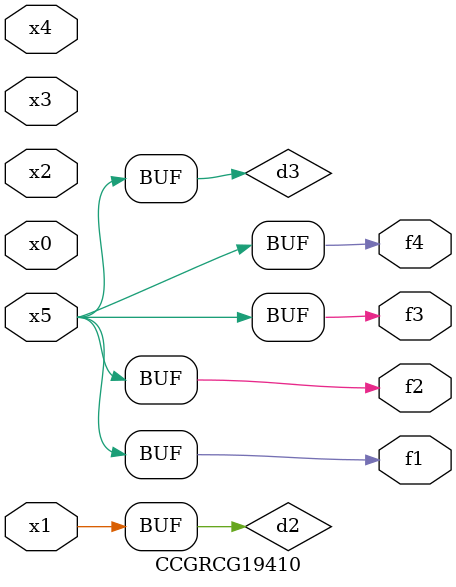
<source format=v>
module CCGRCG19410(
	input x0, x1, x2, x3, x4, x5,
	output f1, f2, f3, f4
);

	wire d1, d2, d3;

	not (d1, x5);
	or (d2, x1);
	xnor (d3, d1);
	assign f1 = d3;
	assign f2 = d3;
	assign f3 = d3;
	assign f4 = d3;
endmodule

</source>
